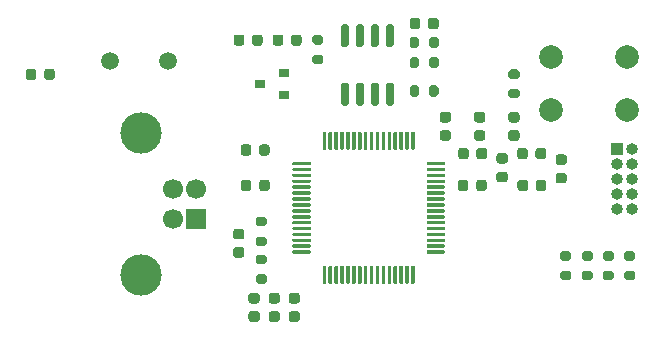
<source format=gbr>
%TF.GenerationSoftware,KiCad,Pcbnew,5.99.0+really5.1.10+dfsg1-1*%
%TF.CreationDate,2021-10-18T01:31:44-04:00*%
%TF.ProjectId,DebugDongle,44656275-6744-46f6-9e67-6c652e6b6963,rev?*%
%TF.SameCoordinates,Original*%
%TF.FileFunction,Soldermask,Top*%
%TF.FilePolarity,Negative*%
%FSLAX46Y46*%
G04 Gerber Fmt 4.6, Leading zero omitted, Abs format (unit mm)*
G04 Created by KiCad (PCBNEW 5.99.0+really5.1.10+dfsg1-1) date 2021-10-18 01:31:44*
%MOMM*%
%LPD*%
G01*
G04 APERTURE LIST*
%ADD10O,1.000000X1.000000*%
%ADD11R,1.000000X1.000000*%
%ADD12C,1.500000*%
%ADD13R,0.900000X0.800000*%
%ADD14C,2.000000*%
%ADD15C,3.500000*%
%ADD16C,1.700000*%
%ADD17R,1.700000X1.700000*%
G04 APERTURE END LIST*
D10*
%TO.C,J1*%
X180370000Y-83110000D03*
X179100000Y-83110000D03*
X180370000Y-81840000D03*
X179100000Y-81840000D03*
X180370000Y-80570000D03*
X179100000Y-80570000D03*
X180370000Y-79300000D03*
X179100000Y-79300000D03*
X180370000Y-78030000D03*
D11*
X179100000Y-78030000D03*
%TD*%
D12*
%TO.C,Y1*%
X136220000Y-70600000D03*
X141100000Y-70600000D03*
%TD*%
%TO.C,U3*%
G36*
G01*
X156245000Y-69400000D02*
X155945000Y-69400000D01*
G75*
G02*
X155795000Y-69250000I0J150000D01*
G01*
X155795000Y-67600000D01*
G75*
G02*
X155945000Y-67450000I150000J0D01*
G01*
X156245000Y-67450000D01*
G75*
G02*
X156395000Y-67600000I0J-150000D01*
G01*
X156395000Y-69250000D01*
G75*
G02*
X156245000Y-69400000I-150000J0D01*
G01*
G37*
G36*
G01*
X157515000Y-69400000D02*
X157215000Y-69400000D01*
G75*
G02*
X157065000Y-69250000I0J150000D01*
G01*
X157065000Y-67600000D01*
G75*
G02*
X157215000Y-67450000I150000J0D01*
G01*
X157515000Y-67450000D01*
G75*
G02*
X157665000Y-67600000I0J-150000D01*
G01*
X157665000Y-69250000D01*
G75*
G02*
X157515000Y-69400000I-150000J0D01*
G01*
G37*
G36*
G01*
X158785000Y-69400000D02*
X158485000Y-69400000D01*
G75*
G02*
X158335000Y-69250000I0J150000D01*
G01*
X158335000Y-67600000D01*
G75*
G02*
X158485000Y-67450000I150000J0D01*
G01*
X158785000Y-67450000D01*
G75*
G02*
X158935000Y-67600000I0J-150000D01*
G01*
X158935000Y-69250000D01*
G75*
G02*
X158785000Y-69400000I-150000J0D01*
G01*
G37*
G36*
G01*
X160055000Y-69400000D02*
X159755000Y-69400000D01*
G75*
G02*
X159605000Y-69250000I0J150000D01*
G01*
X159605000Y-67600000D01*
G75*
G02*
X159755000Y-67450000I150000J0D01*
G01*
X160055000Y-67450000D01*
G75*
G02*
X160205000Y-67600000I0J-150000D01*
G01*
X160205000Y-69250000D01*
G75*
G02*
X160055000Y-69400000I-150000J0D01*
G01*
G37*
G36*
G01*
X160055000Y-74350000D02*
X159755000Y-74350000D01*
G75*
G02*
X159605000Y-74200000I0J150000D01*
G01*
X159605000Y-72550000D01*
G75*
G02*
X159755000Y-72400000I150000J0D01*
G01*
X160055000Y-72400000D01*
G75*
G02*
X160205000Y-72550000I0J-150000D01*
G01*
X160205000Y-74200000D01*
G75*
G02*
X160055000Y-74350000I-150000J0D01*
G01*
G37*
G36*
G01*
X158785000Y-74350000D02*
X158485000Y-74350000D01*
G75*
G02*
X158335000Y-74200000I0J150000D01*
G01*
X158335000Y-72550000D01*
G75*
G02*
X158485000Y-72400000I150000J0D01*
G01*
X158785000Y-72400000D01*
G75*
G02*
X158935000Y-72550000I0J-150000D01*
G01*
X158935000Y-74200000D01*
G75*
G02*
X158785000Y-74350000I-150000J0D01*
G01*
G37*
G36*
G01*
X157515000Y-74350000D02*
X157215000Y-74350000D01*
G75*
G02*
X157065000Y-74200000I0J150000D01*
G01*
X157065000Y-72550000D01*
G75*
G02*
X157215000Y-72400000I150000J0D01*
G01*
X157515000Y-72400000D01*
G75*
G02*
X157665000Y-72550000I0J-150000D01*
G01*
X157665000Y-74200000D01*
G75*
G02*
X157515000Y-74350000I-150000J0D01*
G01*
G37*
G36*
G01*
X156245000Y-74350000D02*
X155945000Y-74350000D01*
G75*
G02*
X155795000Y-74200000I0J150000D01*
G01*
X155795000Y-72550000D01*
G75*
G02*
X155945000Y-72400000I150000J0D01*
G01*
X156245000Y-72400000D01*
G75*
G02*
X156395000Y-72550000I0J-150000D01*
G01*
X156395000Y-74200000D01*
G75*
G02*
X156245000Y-74350000I-150000J0D01*
G01*
G37*
%TD*%
D13*
%TO.C,U2*%
X148900000Y-72500000D03*
X150900000Y-71550000D03*
X150900000Y-73450000D03*
%TD*%
%TO.C,U1*%
G36*
G01*
X154200000Y-78025000D02*
X154200000Y-76625000D01*
G75*
G02*
X154275000Y-76550000I75000J0D01*
G01*
X154425000Y-76550000D01*
G75*
G02*
X154500000Y-76625000I0J-75000D01*
G01*
X154500000Y-78025000D01*
G75*
G02*
X154425000Y-78100000I-75000J0D01*
G01*
X154275000Y-78100000D01*
G75*
G02*
X154200000Y-78025000I0J75000D01*
G01*
G37*
G36*
G01*
X154700000Y-78025000D02*
X154700000Y-76625000D01*
G75*
G02*
X154775000Y-76550000I75000J0D01*
G01*
X154925000Y-76550000D01*
G75*
G02*
X155000000Y-76625000I0J-75000D01*
G01*
X155000000Y-78025000D01*
G75*
G02*
X154925000Y-78100000I-75000J0D01*
G01*
X154775000Y-78100000D01*
G75*
G02*
X154700000Y-78025000I0J75000D01*
G01*
G37*
G36*
G01*
X155200000Y-78025000D02*
X155200000Y-76625000D01*
G75*
G02*
X155275000Y-76550000I75000J0D01*
G01*
X155425000Y-76550000D01*
G75*
G02*
X155500000Y-76625000I0J-75000D01*
G01*
X155500000Y-78025000D01*
G75*
G02*
X155425000Y-78100000I-75000J0D01*
G01*
X155275000Y-78100000D01*
G75*
G02*
X155200000Y-78025000I0J75000D01*
G01*
G37*
G36*
G01*
X155700000Y-78025000D02*
X155700000Y-76625000D01*
G75*
G02*
X155775000Y-76550000I75000J0D01*
G01*
X155925000Y-76550000D01*
G75*
G02*
X156000000Y-76625000I0J-75000D01*
G01*
X156000000Y-78025000D01*
G75*
G02*
X155925000Y-78100000I-75000J0D01*
G01*
X155775000Y-78100000D01*
G75*
G02*
X155700000Y-78025000I0J75000D01*
G01*
G37*
G36*
G01*
X156200000Y-78025000D02*
X156200000Y-76625000D01*
G75*
G02*
X156275000Y-76550000I75000J0D01*
G01*
X156425000Y-76550000D01*
G75*
G02*
X156500000Y-76625000I0J-75000D01*
G01*
X156500000Y-78025000D01*
G75*
G02*
X156425000Y-78100000I-75000J0D01*
G01*
X156275000Y-78100000D01*
G75*
G02*
X156200000Y-78025000I0J75000D01*
G01*
G37*
G36*
G01*
X156700000Y-78025000D02*
X156700000Y-76625000D01*
G75*
G02*
X156775000Y-76550000I75000J0D01*
G01*
X156925000Y-76550000D01*
G75*
G02*
X157000000Y-76625000I0J-75000D01*
G01*
X157000000Y-78025000D01*
G75*
G02*
X156925000Y-78100000I-75000J0D01*
G01*
X156775000Y-78100000D01*
G75*
G02*
X156700000Y-78025000I0J75000D01*
G01*
G37*
G36*
G01*
X157200000Y-78025000D02*
X157200000Y-76625000D01*
G75*
G02*
X157275000Y-76550000I75000J0D01*
G01*
X157425000Y-76550000D01*
G75*
G02*
X157500000Y-76625000I0J-75000D01*
G01*
X157500000Y-78025000D01*
G75*
G02*
X157425000Y-78100000I-75000J0D01*
G01*
X157275000Y-78100000D01*
G75*
G02*
X157200000Y-78025000I0J75000D01*
G01*
G37*
G36*
G01*
X157700000Y-78025000D02*
X157700000Y-76625000D01*
G75*
G02*
X157775000Y-76550000I75000J0D01*
G01*
X157925000Y-76550000D01*
G75*
G02*
X158000000Y-76625000I0J-75000D01*
G01*
X158000000Y-78025000D01*
G75*
G02*
X157925000Y-78100000I-75000J0D01*
G01*
X157775000Y-78100000D01*
G75*
G02*
X157700000Y-78025000I0J75000D01*
G01*
G37*
G36*
G01*
X158200000Y-78025000D02*
X158200000Y-76625000D01*
G75*
G02*
X158275000Y-76550000I75000J0D01*
G01*
X158425000Y-76550000D01*
G75*
G02*
X158500000Y-76625000I0J-75000D01*
G01*
X158500000Y-78025000D01*
G75*
G02*
X158425000Y-78100000I-75000J0D01*
G01*
X158275000Y-78100000D01*
G75*
G02*
X158200000Y-78025000I0J75000D01*
G01*
G37*
G36*
G01*
X158700000Y-78025000D02*
X158700000Y-76625000D01*
G75*
G02*
X158775000Y-76550000I75000J0D01*
G01*
X158925000Y-76550000D01*
G75*
G02*
X159000000Y-76625000I0J-75000D01*
G01*
X159000000Y-78025000D01*
G75*
G02*
X158925000Y-78100000I-75000J0D01*
G01*
X158775000Y-78100000D01*
G75*
G02*
X158700000Y-78025000I0J75000D01*
G01*
G37*
G36*
G01*
X159200000Y-78025000D02*
X159200000Y-76625000D01*
G75*
G02*
X159275000Y-76550000I75000J0D01*
G01*
X159425000Y-76550000D01*
G75*
G02*
X159500000Y-76625000I0J-75000D01*
G01*
X159500000Y-78025000D01*
G75*
G02*
X159425000Y-78100000I-75000J0D01*
G01*
X159275000Y-78100000D01*
G75*
G02*
X159200000Y-78025000I0J75000D01*
G01*
G37*
G36*
G01*
X159700000Y-78025000D02*
X159700000Y-76625000D01*
G75*
G02*
X159775000Y-76550000I75000J0D01*
G01*
X159925000Y-76550000D01*
G75*
G02*
X160000000Y-76625000I0J-75000D01*
G01*
X160000000Y-78025000D01*
G75*
G02*
X159925000Y-78100000I-75000J0D01*
G01*
X159775000Y-78100000D01*
G75*
G02*
X159700000Y-78025000I0J75000D01*
G01*
G37*
G36*
G01*
X160200000Y-78025000D02*
X160200000Y-76625000D01*
G75*
G02*
X160275000Y-76550000I75000J0D01*
G01*
X160425000Y-76550000D01*
G75*
G02*
X160500000Y-76625000I0J-75000D01*
G01*
X160500000Y-78025000D01*
G75*
G02*
X160425000Y-78100000I-75000J0D01*
G01*
X160275000Y-78100000D01*
G75*
G02*
X160200000Y-78025000I0J75000D01*
G01*
G37*
G36*
G01*
X160700000Y-78025000D02*
X160700000Y-76625000D01*
G75*
G02*
X160775000Y-76550000I75000J0D01*
G01*
X160925000Y-76550000D01*
G75*
G02*
X161000000Y-76625000I0J-75000D01*
G01*
X161000000Y-78025000D01*
G75*
G02*
X160925000Y-78100000I-75000J0D01*
G01*
X160775000Y-78100000D01*
G75*
G02*
X160700000Y-78025000I0J75000D01*
G01*
G37*
G36*
G01*
X161200000Y-78025000D02*
X161200000Y-76625000D01*
G75*
G02*
X161275000Y-76550000I75000J0D01*
G01*
X161425000Y-76550000D01*
G75*
G02*
X161500000Y-76625000I0J-75000D01*
G01*
X161500000Y-78025000D01*
G75*
G02*
X161425000Y-78100000I-75000J0D01*
G01*
X161275000Y-78100000D01*
G75*
G02*
X161200000Y-78025000I0J75000D01*
G01*
G37*
G36*
G01*
X161700000Y-78025000D02*
X161700000Y-76625000D01*
G75*
G02*
X161775000Y-76550000I75000J0D01*
G01*
X161925000Y-76550000D01*
G75*
G02*
X162000000Y-76625000I0J-75000D01*
G01*
X162000000Y-78025000D01*
G75*
G02*
X161925000Y-78100000I-75000J0D01*
G01*
X161775000Y-78100000D01*
G75*
G02*
X161700000Y-78025000I0J75000D01*
G01*
G37*
G36*
G01*
X163000000Y-79325000D02*
X163000000Y-79175000D01*
G75*
G02*
X163075000Y-79100000I75000J0D01*
G01*
X164475000Y-79100000D01*
G75*
G02*
X164550000Y-79175000I0J-75000D01*
G01*
X164550000Y-79325000D01*
G75*
G02*
X164475000Y-79400000I-75000J0D01*
G01*
X163075000Y-79400000D01*
G75*
G02*
X163000000Y-79325000I0J75000D01*
G01*
G37*
G36*
G01*
X163000000Y-79825000D02*
X163000000Y-79675000D01*
G75*
G02*
X163075000Y-79600000I75000J0D01*
G01*
X164475000Y-79600000D01*
G75*
G02*
X164550000Y-79675000I0J-75000D01*
G01*
X164550000Y-79825000D01*
G75*
G02*
X164475000Y-79900000I-75000J0D01*
G01*
X163075000Y-79900000D01*
G75*
G02*
X163000000Y-79825000I0J75000D01*
G01*
G37*
G36*
G01*
X163000000Y-80325000D02*
X163000000Y-80175000D01*
G75*
G02*
X163075000Y-80100000I75000J0D01*
G01*
X164475000Y-80100000D01*
G75*
G02*
X164550000Y-80175000I0J-75000D01*
G01*
X164550000Y-80325000D01*
G75*
G02*
X164475000Y-80400000I-75000J0D01*
G01*
X163075000Y-80400000D01*
G75*
G02*
X163000000Y-80325000I0J75000D01*
G01*
G37*
G36*
G01*
X163000000Y-80825000D02*
X163000000Y-80675000D01*
G75*
G02*
X163075000Y-80600000I75000J0D01*
G01*
X164475000Y-80600000D01*
G75*
G02*
X164550000Y-80675000I0J-75000D01*
G01*
X164550000Y-80825000D01*
G75*
G02*
X164475000Y-80900000I-75000J0D01*
G01*
X163075000Y-80900000D01*
G75*
G02*
X163000000Y-80825000I0J75000D01*
G01*
G37*
G36*
G01*
X163000000Y-81325000D02*
X163000000Y-81175000D01*
G75*
G02*
X163075000Y-81100000I75000J0D01*
G01*
X164475000Y-81100000D01*
G75*
G02*
X164550000Y-81175000I0J-75000D01*
G01*
X164550000Y-81325000D01*
G75*
G02*
X164475000Y-81400000I-75000J0D01*
G01*
X163075000Y-81400000D01*
G75*
G02*
X163000000Y-81325000I0J75000D01*
G01*
G37*
G36*
G01*
X163000000Y-81825000D02*
X163000000Y-81675000D01*
G75*
G02*
X163075000Y-81600000I75000J0D01*
G01*
X164475000Y-81600000D01*
G75*
G02*
X164550000Y-81675000I0J-75000D01*
G01*
X164550000Y-81825000D01*
G75*
G02*
X164475000Y-81900000I-75000J0D01*
G01*
X163075000Y-81900000D01*
G75*
G02*
X163000000Y-81825000I0J75000D01*
G01*
G37*
G36*
G01*
X163000000Y-82325000D02*
X163000000Y-82175000D01*
G75*
G02*
X163075000Y-82100000I75000J0D01*
G01*
X164475000Y-82100000D01*
G75*
G02*
X164550000Y-82175000I0J-75000D01*
G01*
X164550000Y-82325000D01*
G75*
G02*
X164475000Y-82400000I-75000J0D01*
G01*
X163075000Y-82400000D01*
G75*
G02*
X163000000Y-82325000I0J75000D01*
G01*
G37*
G36*
G01*
X163000000Y-82825000D02*
X163000000Y-82675000D01*
G75*
G02*
X163075000Y-82600000I75000J0D01*
G01*
X164475000Y-82600000D01*
G75*
G02*
X164550000Y-82675000I0J-75000D01*
G01*
X164550000Y-82825000D01*
G75*
G02*
X164475000Y-82900000I-75000J0D01*
G01*
X163075000Y-82900000D01*
G75*
G02*
X163000000Y-82825000I0J75000D01*
G01*
G37*
G36*
G01*
X163000000Y-83325000D02*
X163000000Y-83175000D01*
G75*
G02*
X163075000Y-83100000I75000J0D01*
G01*
X164475000Y-83100000D01*
G75*
G02*
X164550000Y-83175000I0J-75000D01*
G01*
X164550000Y-83325000D01*
G75*
G02*
X164475000Y-83400000I-75000J0D01*
G01*
X163075000Y-83400000D01*
G75*
G02*
X163000000Y-83325000I0J75000D01*
G01*
G37*
G36*
G01*
X163000000Y-83825000D02*
X163000000Y-83675000D01*
G75*
G02*
X163075000Y-83600000I75000J0D01*
G01*
X164475000Y-83600000D01*
G75*
G02*
X164550000Y-83675000I0J-75000D01*
G01*
X164550000Y-83825000D01*
G75*
G02*
X164475000Y-83900000I-75000J0D01*
G01*
X163075000Y-83900000D01*
G75*
G02*
X163000000Y-83825000I0J75000D01*
G01*
G37*
G36*
G01*
X163000000Y-84325000D02*
X163000000Y-84175000D01*
G75*
G02*
X163075000Y-84100000I75000J0D01*
G01*
X164475000Y-84100000D01*
G75*
G02*
X164550000Y-84175000I0J-75000D01*
G01*
X164550000Y-84325000D01*
G75*
G02*
X164475000Y-84400000I-75000J0D01*
G01*
X163075000Y-84400000D01*
G75*
G02*
X163000000Y-84325000I0J75000D01*
G01*
G37*
G36*
G01*
X163000000Y-84825000D02*
X163000000Y-84675000D01*
G75*
G02*
X163075000Y-84600000I75000J0D01*
G01*
X164475000Y-84600000D01*
G75*
G02*
X164550000Y-84675000I0J-75000D01*
G01*
X164550000Y-84825000D01*
G75*
G02*
X164475000Y-84900000I-75000J0D01*
G01*
X163075000Y-84900000D01*
G75*
G02*
X163000000Y-84825000I0J75000D01*
G01*
G37*
G36*
G01*
X163000000Y-85325000D02*
X163000000Y-85175000D01*
G75*
G02*
X163075000Y-85100000I75000J0D01*
G01*
X164475000Y-85100000D01*
G75*
G02*
X164550000Y-85175000I0J-75000D01*
G01*
X164550000Y-85325000D01*
G75*
G02*
X164475000Y-85400000I-75000J0D01*
G01*
X163075000Y-85400000D01*
G75*
G02*
X163000000Y-85325000I0J75000D01*
G01*
G37*
G36*
G01*
X163000000Y-85825000D02*
X163000000Y-85675000D01*
G75*
G02*
X163075000Y-85600000I75000J0D01*
G01*
X164475000Y-85600000D01*
G75*
G02*
X164550000Y-85675000I0J-75000D01*
G01*
X164550000Y-85825000D01*
G75*
G02*
X164475000Y-85900000I-75000J0D01*
G01*
X163075000Y-85900000D01*
G75*
G02*
X163000000Y-85825000I0J75000D01*
G01*
G37*
G36*
G01*
X163000000Y-86325000D02*
X163000000Y-86175000D01*
G75*
G02*
X163075000Y-86100000I75000J0D01*
G01*
X164475000Y-86100000D01*
G75*
G02*
X164550000Y-86175000I0J-75000D01*
G01*
X164550000Y-86325000D01*
G75*
G02*
X164475000Y-86400000I-75000J0D01*
G01*
X163075000Y-86400000D01*
G75*
G02*
X163000000Y-86325000I0J75000D01*
G01*
G37*
G36*
G01*
X163000000Y-86825000D02*
X163000000Y-86675000D01*
G75*
G02*
X163075000Y-86600000I75000J0D01*
G01*
X164475000Y-86600000D01*
G75*
G02*
X164550000Y-86675000I0J-75000D01*
G01*
X164550000Y-86825000D01*
G75*
G02*
X164475000Y-86900000I-75000J0D01*
G01*
X163075000Y-86900000D01*
G75*
G02*
X163000000Y-86825000I0J75000D01*
G01*
G37*
G36*
G01*
X161700000Y-89375000D02*
X161700000Y-87975000D01*
G75*
G02*
X161775000Y-87900000I75000J0D01*
G01*
X161925000Y-87900000D01*
G75*
G02*
X162000000Y-87975000I0J-75000D01*
G01*
X162000000Y-89375000D01*
G75*
G02*
X161925000Y-89450000I-75000J0D01*
G01*
X161775000Y-89450000D01*
G75*
G02*
X161700000Y-89375000I0J75000D01*
G01*
G37*
G36*
G01*
X161200000Y-89375000D02*
X161200000Y-87975000D01*
G75*
G02*
X161275000Y-87900000I75000J0D01*
G01*
X161425000Y-87900000D01*
G75*
G02*
X161500000Y-87975000I0J-75000D01*
G01*
X161500000Y-89375000D01*
G75*
G02*
X161425000Y-89450000I-75000J0D01*
G01*
X161275000Y-89450000D01*
G75*
G02*
X161200000Y-89375000I0J75000D01*
G01*
G37*
G36*
G01*
X160700000Y-89375000D02*
X160700000Y-87975000D01*
G75*
G02*
X160775000Y-87900000I75000J0D01*
G01*
X160925000Y-87900000D01*
G75*
G02*
X161000000Y-87975000I0J-75000D01*
G01*
X161000000Y-89375000D01*
G75*
G02*
X160925000Y-89450000I-75000J0D01*
G01*
X160775000Y-89450000D01*
G75*
G02*
X160700000Y-89375000I0J75000D01*
G01*
G37*
G36*
G01*
X160200000Y-89375000D02*
X160200000Y-87975000D01*
G75*
G02*
X160275000Y-87900000I75000J0D01*
G01*
X160425000Y-87900000D01*
G75*
G02*
X160500000Y-87975000I0J-75000D01*
G01*
X160500000Y-89375000D01*
G75*
G02*
X160425000Y-89450000I-75000J0D01*
G01*
X160275000Y-89450000D01*
G75*
G02*
X160200000Y-89375000I0J75000D01*
G01*
G37*
G36*
G01*
X159700000Y-89375000D02*
X159700000Y-87975000D01*
G75*
G02*
X159775000Y-87900000I75000J0D01*
G01*
X159925000Y-87900000D01*
G75*
G02*
X160000000Y-87975000I0J-75000D01*
G01*
X160000000Y-89375000D01*
G75*
G02*
X159925000Y-89450000I-75000J0D01*
G01*
X159775000Y-89450000D01*
G75*
G02*
X159700000Y-89375000I0J75000D01*
G01*
G37*
G36*
G01*
X159200000Y-89375000D02*
X159200000Y-87975000D01*
G75*
G02*
X159275000Y-87900000I75000J0D01*
G01*
X159425000Y-87900000D01*
G75*
G02*
X159500000Y-87975000I0J-75000D01*
G01*
X159500000Y-89375000D01*
G75*
G02*
X159425000Y-89450000I-75000J0D01*
G01*
X159275000Y-89450000D01*
G75*
G02*
X159200000Y-89375000I0J75000D01*
G01*
G37*
G36*
G01*
X158700000Y-89375000D02*
X158700000Y-87975000D01*
G75*
G02*
X158775000Y-87900000I75000J0D01*
G01*
X158925000Y-87900000D01*
G75*
G02*
X159000000Y-87975000I0J-75000D01*
G01*
X159000000Y-89375000D01*
G75*
G02*
X158925000Y-89450000I-75000J0D01*
G01*
X158775000Y-89450000D01*
G75*
G02*
X158700000Y-89375000I0J75000D01*
G01*
G37*
G36*
G01*
X158200000Y-89375000D02*
X158200000Y-87975000D01*
G75*
G02*
X158275000Y-87900000I75000J0D01*
G01*
X158425000Y-87900000D01*
G75*
G02*
X158500000Y-87975000I0J-75000D01*
G01*
X158500000Y-89375000D01*
G75*
G02*
X158425000Y-89450000I-75000J0D01*
G01*
X158275000Y-89450000D01*
G75*
G02*
X158200000Y-89375000I0J75000D01*
G01*
G37*
G36*
G01*
X157700000Y-89375000D02*
X157700000Y-87975000D01*
G75*
G02*
X157775000Y-87900000I75000J0D01*
G01*
X157925000Y-87900000D01*
G75*
G02*
X158000000Y-87975000I0J-75000D01*
G01*
X158000000Y-89375000D01*
G75*
G02*
X157925000Y-89450000I-75000J0D01*
G01*
X157775000Y-89450000D01*
G75*
G02*
X157700000Y-89375000I0J75000D01*
G01*
G37*
G36*
G01*
X157200000Y-89375000D02*
X157200000Y-87975000D01*
G75*
G02*
X157275000Y-87900000I75000J0D01*
G01*
X157425000Y-87900000D01*
G75*
G02*
X157500000Y-87975000I0J-75000D01*
G01*
X157500000Y-89375000D01*
G75*
G02*
X157425000Y-89450000I-75000J0D01*
G01*
X157275000Y-89450000D01*
G75*
G02*
X157200000Y-89375000I0J75000D01*
G01*
G37*
G36*
G01*
X156700000Y-89375000D02*
X156700000Y-87975000D01*
G75*
G02*
X156775000Y-87900000I75000J0D01*
G01*
X156925000Y-87900000D01*
G75*
G02*
X157000000Y-87975000I0J-75000D01*
G01*
X157000000Y-89375000D01*
G75*
G02*
X156925000Y-89450000I-75000J0D01*
G01*
X156775000Y-89450000D01*
G75*
G02*
X156700000Y-89375000I0J75000D01*
G01*
G37*
G36*
G01*
X156200000Y-89375000D02*
X156200000Y-87975000D01*
G75*
G02*
X156275000Y-87900000I75000J0D01*
G01*
X156425000Y-87900000D01*
G75*
G02*
X156500000Y-87975000I0J-75000D01*
G01*
X156500000Y-89375000D01*
G75*
G02*
X156425000Y-89450000I-75000J0D01*
G01*
X156275000Y-89450000D01*
G75*
G02*
X156200000Y-89375000I0J75000D01*
G01*
G37*
G36*
G01*
X155700000Y-89375000D02*
X155700000Y-87975000D01*
G75*
G02*
X155775000Y-87900000I75000J0D01*
G01*
X155925000Y-87900000D01*
G75*
G02*
X156000000Y-87975000I0J-75000D01*
G01*
X156000000Y-89375000D01*
G75*
G02*
X155925000Y-89450000I-75000J0D01*
G01*
X155775000Y-89450000D01*
G75*
G02*
X155700000Y-89375000I0J75000D01*
G01*
G37*
G36*
G01*
X155200000Y-89375000D02*
X155200000Y-87975000D01*
G75*
G02*
X155275000Y-87900000I75000J0D01*
G01*
X155425000Y-87900000D01*
G75*
G02*
X155500000Y-87975000I0J-75000D01*
G01*
X155500000Y-89375000D01*
G75*
G02*
X155425000Y-89450000I-75000J0D01*
G01*
X155275000Y-89450000D01*
G75*
G02*
X155200000Y-89375000I0J75000D01*
G01*
G37*
G36*
G01*
X154700000Y-89375000D02*
X154700000Y-87975000D01*
G75*
G02*
X154775000Y-87900000I75000J0D01*
G01*
X154925000Y-87900000D01*
G75*
G02*
X155000000Y-87975000I0J-75000D01*
G01*
X155000000Y-89375000D01*
G75*
G02*
X154925000Y-89450000I-75000J0D01*
G01*
X154775000Y-89450000D01*
G75*
G02*
X154700000Y-89375000I0J75000D01*
G01*
G37*
G36*
G01*
X154200000Y-89375000D02*
X154200000Y-87975000D01*
G75*
G02*
X154275000Y-87900000I75000J0D01*
G01*
X154425000Y-87900000D01*
G75*
G02*
X154500000Y-87975000I0J-75000D01*
G01*
X154500000Y-89375000D01*
G75*
G02*
X154425000Y-89450000I-75000J0D01*
G01*
X154275000Y-89450000D01*
G75*
G02*
X154200000Y-89375000I0J75000D01*
G01*
G37*
G36*
G01*
X151650000Y-86825000D02*
X151650000Y-86675000D01*
G75*
G02*
X151725000Y-86600000I75000J0D01*
G01*
X153125000Y-86600000D01*
G75*
G02*
X153200000Y-86675000I0J-75000D01*
G01*
X153200000Y-86825000D01*
G75*
G02*
X153125000Y-86900000I-75000J0D01*
G01*
X151725000Y-86900000D01*
G75*
G02*
X151650000Y-86825000I0J75000D01*
G01*
G37*
G36*
G01*
X151650000Y-86325000D02*
X151650000Y-86175000D01*
G75*
G02*
X151725000Y-86100000I75000J0D01*
G01*
X153125000Y-86100000D01*
G75*
G02*
X153200000Y-86175000I0J-75000D01*
G01*
X153200000Y-86325000D01*
G75*
G02*
X153125000Y-86400000I-75000J0D01*
G01*
X151725000Y-86400000D01*
G75*
G02*
X151650000Y-86325000I0J75000D01*
G01*
G37*
G36*
G01*
X151650000Y-85825000D02*
X151650000Y-85675000D01*
G75*
G02*
X151725000Y-85600000I75000J0D01*
G01*
X153125000Y-85600000D01*
G75*
G02*
X153200000Y-85675000I0J-75000D01*
G01*
X153200000Y-85825000D01*
G75*
G02*
X153125000Y-85900000I-75000J0D01*
G01*
X151725000Y-85900000D01*
G75*
G02*
X151650000Y-85825000I0J75000D01*
G01*
G37*
G36*
G01*
X151650000Y-85325000D02*
X151650000Y-85175000D01*
G75*
G02*
X151725000Y-85100000I75000J0D01*
G01*
X153125000Y-85100000D01*
G75*
G02*
X153200000Y-85175000I0J-75000D01*
G01*
X153200000Y-85325000D01*
G75*
G02*
X153125000Y-85400000I-75000J0D01*
G01*
X151725000Y-85400000D01*
G75*
G02*
X151650000Y-85325000I0J75000D01*
G01*
G37*
G36*
G01*
X151650000Y-84825000D02*
X151650000Y-84675000D01*
G75*
G02*
X151725000Y-84600000I75000J0D01*
G01*
X153125000Y-84600000D01*
G75*
G02*
X153200000Y-84675000I0J-75000D01*
G01*
X153200000Y-84825000D01*
G75*
G02*
X153125000Y-84900000I-75000J0D01*
G01*
X151725000Y-84900000D01*
G75*
G02*
X151650000Y-84825000I0J75000D01*
G01*
G37*
G36*
G01*
X151650000Y-84325000D02*
X151650000Y-84175000D01*
G75*
G02*
X151725000Y-84100000I75000J0D01*
G01*
X153125000Y-84100000D01*
G75*
G02*
X153200000Y-84175000I0J-75000D01*
G01*
X153200000Y-84325000D01*
G75*
G02*
X153125000Y-84400000I-75000J0D01*
G01*
X151725000Y-84400000D01*
G75*
G02*
X151650000Y-84325000I0J75000D01*
G01*
G37*
G36*
G01*
X151650000Y-83825000D02*
X151650000Y-83675000D01*
G75*
G02*
X151725000Y-83600000I75000J0D01*
G01*
X153125000Y-83600000D01*
G75*
G02*
X153200000Y-83675000I0J-75000D01*
G01*
X153200000Y-83825000D01*
G75*
G02*
X153125000Y-83900000I-75000J0D01*
G01*
X151725000Y-83900000D01*
G75*
G02*
X151650000Y-83825000I0J75000D01*
G01*
G37*
G36*
G01*
X151650000Y-83325000D02*
X151650000Y-83175000D01*
G75*
G02*
X151725000Y-83100000I75000J0D01*
G01*
X153125000Y-83100000D01*
G75*
G02*
X153200000Y-83175000I0J-75000D01*
G01*
X153200000Y-83325000D01*
G75*
G02*
X153125000Y-83400000I-75000J0D01*
G01*
X151725000Y-83400000D01*
G75*
G02*
X151650000Y-83325000I0J75000D01*
G01*
G37*
G36*
G01*
X151650000Y-82825000D02*
X151650000Y-82675000D01*
G75*
G02*
X151725000Y-82600000I75000J0D01*
G01*
X153125000Y-82600000D01*
G75*
G02*
X153200000Y-82675000I0J-75000D01*
G01*
X153200000Y-82825000D01*
G75*
G02*
X153125000Y-82900000I-75000J0D01*
G01*
X151725000Y-82900000D01*
G75*
G02*
X151650000Y-82825000I0J75000D01*
G01*
G37*
G36*
G01*
X151650000Y-82325000D02*
X151650000Y-82175000D01*
G75*
G02*
X151725000Y-82100000I75000J0D01*
G01*
X153125000Y-82100000D01*
G75*
G02*
X153200000Y-82175000I0J-75000D01*
G01*
X153200000Y-82325000D01*
G75*
G02*
X153125000Y-82400000I-75000J0D01*
G01*
X151725000Y-82400000D01*
G75*
G02*
X151650000Y-82325000I0J75000D01*
G01*
G37*
G36*
G01*
X151650000Y-81825000D02*
X151650000Y-81675000D01*
G75*
G02*
X151725000Y-81600000I75000J0D01*
G01*
X153125000Y-81600000D01*
G75*
G02*
X153200000Y-81675000I0J-75000D01*
G01*
X153200000Y-81825000D01*
G75*
G02*
X153125000Y-81900000I-75000J0D01*
G01*
X151725000Y-81900000D01*
G75*
G02*
X151650000Y-81825000I0J75000D01*
G01*
G37*
G36*
G01*
X151650000Y-81325000D02*
X151650000Y-81175000D01*
G75*
G02*
X151725000Y-81100000I75000J0D01*
G01*
X153125000Y-81100000D01*
G75*
G02*
X153200000Y-81175000I0J-75000D01*
G01*
X153200000Y-81325000D01*
G75*
G02*
X153125000Y-81400000I-75000J0D01*
G01*
X151725000Y-81400000D01*
G75*
G02*
X151650000Y-81325000I0J75000D01*
G01*
G37*
G36*
G01*
X151650000Y-80825000D02*
X151650000Y-80675000D01*
G75*
G02*
X151725000Y-80600000I75000J0D01*
G01*
X153125000Y-80600000D01*
G75*
G02*
X153200000Y-80675000I0J-75000D01*
G01*
X153200000Y-80825000D01*
G75*
G02*
X153125000Y-80900000I-75000J0D01*
G01*
X151725000Y-80900000D01*
G75*
G02*
X151650000Y-80825000I0J75000D01*
G01*
G37*
G36*
G01*
X151650000Y-80325000D02*
X151650000Y-80175000D01*
G75*
G02*
X151725000Y-80100000I75000J0D01*
G01*
X153125000Y-80100000D01*
G75*
G02*
X153200000Y-80175000I0J-75000D01*
G01*
X153200000Y-80325000D01*
G75*
G02*
X153125000Y-80400000I-75000J0D01*
G01*
X151725000Y-80400000D01*
G75*
G02*
X151650000Y-80325000I0J75000D01*
G01*
G37*
G36*
G01*
X151650000Y-79825000D02*
X151650000Y-79675000D01*
G75*
G02*
X151725000Y-79600000I75000J0D01*
G01*
X153125000Y-79600000D01*
G75*
G02*
X153200000Y-79675000I0J-75000D01*
G01*
X153200000Y-79825000D01*
G75*
G02*
X153125000Y-79900000I-75000J0D01*
G01*
X151725000Y-79900000D01*
G75*
G02*
X151650000Y-79825000I0J75000D01*
G01*
G37*
G36*
G01*
X151650000Y-79325000D02*
X151650000Y-79175000D01*
G75*
G02*
X151725000Y-79100000I75000J0D01*
G01*
X153125000Y-79100000D01*
G75*
G02*
X153200000Y-79175000I0J-75000D01*
G01*
X153200000Y-79325000D01*
G75*
G02*
X153125000Y-79400000I-75000J0D01*
G01*
X151725000Y-79400000D01*
G75*
G02*
X151650000Y-79325000I0J75000D01*
G01*
G37*
%TD*%
D14*
%TO.C,SW1*%
X173500000Y-74700000D03*
X173500000Y-70200000D03*
X180000000Y-74700000D03*
X180000000Y-70200000D03*
%TD*%
%TO.C,R11*%
G36*
G01*
X162375000Y-72825000D02*
X162375000Y-73375000D01*
G75*
G02*
X162175000Y-73575000I-200000J0D01*
G01*
X161775000Y-73575000D01*
G75*
G02*
X161575000Y-73375000I0J200000D01*
G01*
X161575000Y-72825000D01*
G75*
G02*
X161775000Y-72625000I200000J0D01*
G01*
X162175000Y-72625000D01*
G75*
G02*
X162375000Y-72825000I0J-200000D01*
G01*
G37*
G36*
G01*
X164025000Y-72825000D02*
X164025000Y-73375000D01*
G75*
G02*
X163825000Y-73575000I-200000J0D01*
G01*
X163425000Y-73575000D01*
G75*
G02*
X163225000Y-73375000I0J200000D01*
G01*
X163225000Y-72825000D01*
G75*
G02*
X163425000Y-72625000I200000J0D01*
G01*
X163825000Y-72625000D01*
G75*
G02*
X164025000Y-72825000I0J-200000D01*
G01*
G37*
%TD*%
%TO.C,R10*%
G36*
G01*
X163225000Y-69275000D02*
X163225000Y-68725000D01*
G75*
G02*
X163425000Y-68525000I200000J0D01*
G01*
X163825000Y-68525000D01*
G75*
G02*
X164025000Y-68725000I0J-200000D01*
G01*
X164025000Y-69275000D01*
G75*
G02*
X163825000Y-69475000I-200000J0D01*
G01*
X163425000Y-69475000D01*
G75*
G02*
X163225000Y-69275000I0J200000D01*
G01*
G37*
G36*
G01*
X161575000Y-69275000D02*
X161575000Y-68725000D01*
G75*
G02*
X161775000Y-68525000I200000J0D01*
G01*
X162175000Y-68525000D01*
G75*
G02*
X162375000Y-68725000I0J-200000D01*
G01*
X162375000Y-69275000D01*
G75*
G02*
X162175000Y-69475000I-200000J0D01*
G01*
X161775000Y-69475000D01*
G75*
G02*
X161575000Y-69275000I0J200000D01*
G01*
G37*
%TD*%
%TO.C,R9*%
G36*
G01*
X153525000Y-70025000D02*
X154075000Y-70025000D01*
G75*
G02*
X154275000Y-70225000I0J-200000D01*
G01*
X154275000Y-70625000D01*
G75*
G02*
X154075000Y-70825000I-200000J0D01*
G01*
X153525000Y-70825000D01*
G75*
G02*
X153325000Y-70625000I0J200000D01*
G01*
X153325000Y-70225000D01*
G75*
G02*
X153525000Y-70025000I200000J0D01*
G01*
G37*
G36*
G01*
X153525000Y-68375000D02*
X154075000Y-68375000D01*
G75*
G02*
X154275000Y-68575000I0J-200000D01*
G01*
X154275000Y-68975000D01*
G75*
G02*
X154075000Y-69175000I-200000J0D01*
G01*
X153525000Y-69175000D01*
G75*
G02*
X153325000Y-68975000I0J200000D01*
G01*
X153325000Y-68575000D01*
G75*
G02*
X153525000Y-68375000I200000J0D01*
G01*
G37*
%TD*%
%TO.C,R8*%
G36*
G01*
X163225000Y-70975000D02*
X163225000Y-70425000D01*
G75*
G02*
X163425000Y-70225000I200000J0D01*
G01*
X163825000Y-70225000D01*
G75*
G02*
X164025000Y-70425000I0J-200000D01*
G01*
X164025000Y-70975000D01*
G75*
G02*
X163825000Y-71175000I-200000J0D01*
G01*
X163425000Y-71175000D01*
G75*
G02*
X163225000Y-70975000I0J200000D01*
G01*
G37*
G36*
G01*
X161575000Y-70975000D02*
X161575000Y-70425000D01*
G75*
G02*
X161775000Y-70225000I200000J0D01*
G01*
X162175000Y-70225000D01*
G75*
G02*
X162375000Y-70425000I0J-200000D01*
G01*
X162375000Y-70975000D01*
G75*
G02*
X162175000Y-71175000I-200000J0D01*
G01*
X161775000Y-71175000D01*
G75*
G02*
X161575000Y-70975000I0J200000D01*
G01*
G37*
%TD*%
%TO.C,R7*%
G36*
G01*
X148725000Y-88625000D02*
X149275000Y-88625000D01*
G75*
G02*
X149475000Y-88825000I0J-200000D01*
G01*
X149475000Y-89225000D01*
G75*
G02*
X149275000Y-89425000I-200000J0D01*
G01*
X148725000Y-89425000D01*
G75*
G02*
X148525000Y-89225000I0J200000D01*
G01*
X148525000Y-88825000D01*
G75*
G02*
X148725000Y-88625000I200000J0D01*
G01*
G37*
G36*
G01*
X148725000Y-86975000D02*
X149275000Y-86975000D01*
G75*
G02*
X149475000Y-87175000I0J-200000D01*
G01*
X149475000Y-87575000D01*
G75*
G02*
X149275000Y-87775000I-200000J0D01*
G01*
X148725000Y-87775000D01*
G75*
G02*
X148525000Y-87575000I0J200000D01*
G01*
X148525000Y-87175000D01*
G75*
G02*
X148725000Y-86975000I200000J0D01*
G01*
G37*
%TD*%
%TO.C,R6*%
G36*
G01*
X148725000Y-85425000D02*
X149275000Y-85425000D01*
G75*
G02*
X149475000Y-85625000I0J-200000D01*
G01*
X149475000Y-86025000D01*
G75*
G02*
X149275000Y-86225000I-200000J0D01*
G01*
X148725000Y-86225000D01*
G75*
G02*
X148525000Y-86025000I0J200000D01*
G01*
X148525000Y-85625000D01*
G75*
G02*
X148725000Y-85425000I200000J0D01*
G01*
G37*
G36*
G01*
X148725000Y-83775000D02*
X149275000Y-83775000D01*
G75*
G02*
X149475000Y-83975000I0J-200000D01*
G01*
X149475000Y-84375000D01*
G75*
G02*
X149275000Y-84575000I-200000J0D01*
G01*
X148725000Y-84575000D01*
G75*
G02*
X148525000Y-84375000I0J200000D01*
G01*
X148525000Y-83975000D01*
G75*
G02*
X148725000Y-83775000I200000J0D01*
G01*
G37*
%TD*%
%TO.C,R5*%
G36*
G01*
X170675000Y-72075000D02*
X170125000Y-72075000D01*
G75*
G02*
X169925000Y-71875000I0J200000D01*
G01*
X169925000Y-71475000D01*
G75*
G02*
X170125000Y-71275000I200000J0D01*
G01*
X170675000Y-71275000D01*
G75*
G02*
X170875000Y-71475000I0J-200000D01*
G01*
X170875000Y-71875000D01*
G75*
G02*
X170675000Y-72075000I-200000J0D01*
G01*
G37*
G36*
G01*
X170675000Y-73725000D02*
X170125000Y-73725000D01*
G75*
G02*
X169925000Y-73525000I0J200000D01*
G01*
X169925000Y-73125000D01*
G75*
G02*
X170125000Y-72925000I200000J0D01*
G01*
X170675000Y-72925000D01*
G75*
G02*
X170875000Y-73125000I0J-200000D01*
G01*
X170875000Y-73525000D01*
G75*
G02*
X170675000Y-73725000I-200000J0D01*
G01*
G37*
%TD*%
%TO.C,R4*%
G36*
G01*
X179925000Y-88325000D02*
X180475000Y-88325000D01*
G75*
G02*
X180675000Y-88525000I0J-200000D01*
G01*
X180675000Y-88925000D01*
G75*
G02*
X180475000Y-89125000I-200000J0D01*
G01*
X179925000Y-89125000D01*
G75*
G02*
X179725000Y-88925000I0J200000D01*
G01*
X179725000Y-88525000D01*
G75*
G02*
X179925000Y-88325000I200000J0D01*
G01*
G37*
G36*
G01*
X179925000Y-86675000D02*
X180475000Y-86675000D01*
G75*
G02*
X180675000Y-86875000I0J-200000D01*
G01*
X180675000Y-87275000D01*
G75*
G02*
X180475000Y-87475000I-200000J0D01*
G01*
X179925000Y-87475000D01*
G75*
G02*
X179725000Y-87275000I0J200000D01*
G01*
X179725000Y-86875000D01*
G75*
G02*
X179925000Y-86675000I200000J0D01*
G01*
G37*
%TD*%
%TO.C,R3*%
G36*
G01*
X175075000Y-87475000D02*
X174525000Y-87475000D01*
G75*
G02*
X174325000Y-87275000I0J200000D01*
G01*
X174325000Y-86875000D01*
G75*
G02*
X174525000Y-86675000I200000J0D01*
G01*
X175075000Y-86675000D01*
G75*
G02*
X175275000Y-86875000I0J-200000D01*
G01*
X175275000Y-87275000D01*
G75*
G02*
X175075000Y-87475000I-200000J0D01*
G01*
G37*
G36*
G01*
X175075000Y-89125000D02*
X174525000Y-89125000D01*
G75*
G02*
X174325000Y-88925000I0J200000D01*
G01*
X174325000Y-88525000D01*
G75*
G02*
X174525000Y-88325000I200000J0D01*
G01*
X175075000Y-88325000D01*
G75*
G02*
X175275000Y-88525000I0J-200000D01*
G01*
X175275000Y-88925000D01*
G75*
G02*
X175075000Y-89125000I-200000J0D01*
G01*
G37*
%TD*%
%TO.C,R2*%
G36*
G01*
X176875000Y-87475000D02*
X176325000Y-87475000D01*
G75*
G02*
X176125000Y-87275000I0J200000D01*
G01*
X176125000Y-86875000D01*
G75*
G02*
X176325000Y-86675000I200000J0D01*
G01*
X176875000Y-86675000D01*
G75*
G02*
X177075000Y-86875000I0J-200000D01*
G01*
X177075000Y-87275000D01*
G75*
G02*
X176875000Y-87475000I-200000J0D01*
G01*
G37*
G36*
G01*
X176875000Y-89125000D02*
X176325000Y-89125000D01*
G75*
G02*
X176125000Y-88925000I0J200000D01*
G01*
X176125000Y-88525000D01*
G75*
G02*
X176325000Y-88325000I200000J0D01*
G01*
X176875000Y-88325000D01*
G75*
G02*
X177075000Y-88525000I0J-200000D01*
G01*
X177075000Y-88925000D01*
G75*
G02*
X176875000Y-89125000I-200000J0D01*
G01*
G37*
%TD*%
%TO.C,R1*%
G36*
G01*
X178675000Y-87475000D02*
X178125000Y-87475000D01*
G75*
G02*
X177925000Y-87275000I0J200000D01*
G01*
X177925000Y-86875000D01*
G75*
G02*
X178125000Y-86675000I200000J0D01*
G01*
X178675000Y-86675000D01*
G75*
G02*
X178875000Y-86875000I0J-200000D01*
G01*
X178875000Y-87275000D01*
G75*
G02*
X178675000Y-87475000I-200000J0D01*
G01*
G37*
G36*
G01*
X178675000Y-89125000D02*
X178125000Y-89125000D01*
G75*
G02*
X177925000Y-88925000I0J200000D01*
G01*
X177925000Y-88525000D01*
G75*
G02*
X178125000Y-88325000I200000J0D01*
G01*
X178675000Y-88325000D01*
G75*
G02*
X178875000Y-88525000I0J-200000D01*
G01*
X178875000Y-88925000D01*
G75*
G02*
X178675000Y-89125000I-200000J0D01*
G01*
G37*
%TD*%
%TO.C,L2*%
G36*
G01*
X169143750Y-79950000D02*
X169656250Y-79950000D01*
G75*
G02*
X169875000Y-80168750I0J-218750D01*
G01*
X169875000Y-80606250D01*
G75*
G02*
X169656250Y-80825000I-218750J0D01*
G01*
X169143750Y-80825000D01*
G75*
G02*
X168925000Y-80606250I0J218750D01*
G01*
X168925000Y-80168750D01*
G75*
G02*
X169143750Y-79950000I218750J0D01*
G01*
G37*
G36*
G01*
X169143750Y-78375000D02*
X169656250Y-78375000D01*
G75*
G02*
X169875000Y-78593750I0J-218750D01*
G01*
X169875000Y-79031250D01*
G75*
G02*
X169656250Y-79250000I-218750J0D01*
G01*
X169143750Y-79250000D01*
G75*
G02*
X168925000Y-79031250I0J218750D01*
G01*
X168925000Y-78593750D01*
G75*
G02*
X169143750Y-78375000I218750J0D01*
G01*
G37*
%TD*%
%TO.C,L1*%
G36*
G01*
X174143750Y-80050000D02*
X174656250Y-80050000D01*
G75*
G02*
X174875000Y-80268750I0J-218750D01*
G01*
X174875000Y-80706250D01*
G75*
G02*
X174656250Y-80925000I-218750J0D01*
G01*
X174143750Y-80925000D01*
G75*
G02*
X173925000Y-80706250I0J218750D01*
G01*
X173925000Y-80268750D01*
G75*
G02*
X174143750Y-80050000I218750J0D01*
G01*
G37*
G36*
G01*
X174143750Y-78475000D02*
X174656250Y-78475000D01*
G75*
G02*
X174875000Y-78693750I0J-218750D01*
G01*
X174875000Y-79131250D01*
G75*
G02*
X174656250Y-79350000I-218750J0D01*
G01*
X174143750Y-79350000D01*
G75*
G02*
X173925000Y-79131250I0J218750D01*
G01*
X173925000Y-78693750D01*
G75*
G02*
X174143750Y-78475000I218750J0D01*
G01*
G37*
%TD*%
D15*
%TO.C,J2*%
X138790000Y-76630000D03*
X138790000Y-88670000D03*
D16*
X141500000Y-83900000D03*
X141500000Y-81400000D03*
X143500000Y-81400000D03*
D17*
X143500000Y-83900000D03*
%TD*%
%TO.C,C17*%
G36*
G01*
X148825000Y-81350000D02*
X148825000Y-80850000D01*
G75*
G02*
X149050000Y-80625000I225000J0D01*
G01*
X149500000Y-80625000D01*
G75*
G02*
X149725000Y-80850000I0J-225000D01*
G01*
X149725000Y-81350000D01*
G75*
G02*
X149500000Y-81575000I-225000J0D01*
G01*
X149050000Y-81575000D01*
G75*
G02*
X148825000Y-81350000I0J225000D01*
G01*
G37*
G36*
G01*
X147275000Y-81350000D02*
X147275000Y-80850000D01*
G75*
G02*
X147500000Y-80625000I225000J0D01*
G01*
X147950000Y-80625000D01*
G75*
G02*
X148175000Y-80850000I0J-225000D01*
G01*
X148175000Y-81350000D01*
G75*
G02*
X147950000Y-81575000I-225000J0D01*
G01*
X147500000Y-81575000D01*
G75*
G02*
X147275000Y-81350000I0J225000D01*
G01*
G37*
%TD*%
%TO.C,C16*%
G36*
G01*
X148825000Y-78350000D02*
X148825000Y-77850000D01*
G75*
G02*
X149050000Y-77625000I225000J0D01*
G01*
X149500000Y-77625000D01*
G75*
G02*
X149725000Y-77850000I0J-225000D01*
G01*
X149725000Y-78350000D01*
G75*
G02*
X149500000Y-78575000I-225000J0D01*
G01*
X149050000Y-78575000D01*
G75*
G02*
X148825000Y-78350000I0J225000D01*
G01*
G37*
G36*
G01*
X147275000Y-78350000D02*
X147275000Y-77850000D01*
G75*
G02*
X147500000Y-77625000I225000J0D01*
G01*
X147950000Y-77625000D01*
G75*
G02*
X148175000Y-77850000I0J-225000D01*
G01*
X148175000Y-78350000D01*
G75*
G02*
X147950000Y-78575000I-225000J0D01*
G01*
X147500000Y-78575000D01*
G75*
G02*
X147275000Y-78350000I0J225000D01*
G01*
G37*
%TD*%
%TO.C,C15*%
G36*
G01*
X163125000Y-67650000D02*
X163125000Y-67150000D01*
G75*
G02*
X163350000Y-66925000I225000J0D01*
G01*
X163800000Y-66925000D01*
G75*
G02*
X164025000Y-67150000I0J-225000D01*
G01*
X164025000Y-67650000D01*
G75*
G02*
X163800000Y-67875000I-225000J0D01*
G01*
X163350000Y-67875000D01*
G75*
G02*
X163125000Y-67650000I0J225000D01*
G01*
G37*
G36*
G01*
X161575000Y-67650000D02*
X161575000Y-67150000D01*
G75*
G02*
X161800000Y-66925000I225000J0D01*
G01*
X162250000Y-66925000D01*
G75*
G02*
X162475000Y-67150000I0J-225000D01*
G01*
X162475000Y-67650000D01*
G75*
G02*
X162250000Y-67875000I-225000J0D01*
G01*
X161800000Y-67875000D01*
G75*
G02*
X161575000Y-67650000I0J225000D01*
G01*
G37*
%TD*%
%TO.C,C14*%
G36*
G01*
X147350000Y-85675000D02*
X146850000Y-85675000D01*
G75*
G02*
X146625000Y-85450000I0J225000D01*
G01*
X146625000Y-85000000D01*
G75*
G02*
X146850000Y-84775000I225000J0D01*
G01*
X147350000Y-84775000D01*
G75*
G02*
X147575000Y-85000000I0J-225000D01*
G01*
X147575000Y-85450000D01*
G75*
G02*
X147350000Y-85675000I-225000J0D01*
G01*
G37*
G36*
G01*
X147350000Y-87225000D02*
X146850000Y-87225000D01*
G75*
G02*
X146625000Y-87000000I0J225000D01*
G01*
X146625000Y-86550000D01*
G75*
G02*
X146850000Y-86325000I225000J0D01*
G01*
X147350000Y-86325000D01*
G75*
G02*
X147575000Y-86550000I0J-225000D01*
G01*
X147575000Y-87000000D01*
G75*
G02*
X147350000Y-87225000I-225000J0D01*
G01*
G37*
%TD*%
%TO.C,C13*%
G36*
G01*
X130625000Y-71950000D02*
X130625000Y-71450000D01*
G75*
G02*
X130850000Y-71225000I225000J0D01*
G01*
X131300000Y-71225000D01*
G75*
G02*
X131525000Y-71450000I0J-225000D01*
G01*
X131525000Y-71950000D01*
G75*
G02*
X131300000Y-72175000I-225000J0D01*
G01*
X130850000Y-72175000D01*
G75*
G02*
X130625000Y-71950000I0J225000D01*
G01*
G37*
G36*
G01*
X129075000Y-71950000D02*
X129075000Y-71450000D01*
G75*
G02*
X129300000Y-71225000I225000J0D01*
G01*
X129750000Y-71225000D01*
G75*
G02*
X129975000Y-71450000I0J-225000D01*
G01*
X129975000Y-71950000D01*
G75*
G02*
X129750000Y-72175000I-225000J0D01*
G01*
X129300000Y-72175000D01*
G75*
G02*
X129075000Y-71950000I0J225000D01*
G01*
G37*
%TD*%
%TO.C,C12*%
G36*
G01*
X167200000Y-81350000D02*
X167200000Y-80850000D01*
G75*
G02*
X167425000Y-80625000I225000J0D01*
G01*
X167875000Y-80625000D01*
G75*
G02*
X168100000Y-80850000I0J-225000D01*
G01*
X168100000Y-81350000D01*
G75*
G02*
X167875000Y-81575000I-225000J0D01*
G01*
X167425000Y-81575000D01*
G75*
G02*
X167200000Y-81350000I0J225000D01*
G01*
G37*
G36*
G01*
X165650000Y-81350000D02*
X165650000Y-80850000D01*
G75*
G02*
X165875000Y-80625000I225000J0D01*
G01*
X166325000Y-80625000D01*
G75*
G02*
X166550000Y-80850000I0J-225000D01*
G01*
X166550000Y-81350000D01*
G75*
G02*
X166325000Y-81575000I-225000J0D01*
G01*
X165875000Y-81575000D01*
G75*
G02*
X165650000Y-81350000I0J225000D01*
G01*
G37*
%TD*%
%TO.C,C11*%
G36*
G01*
X166575000Y-78150000D02*
X166575000Y-78650000D01*
G75*
G02*
X166350000Y-78875000I-225000J0D01*
G01*
X165900000Y-78875000D01*
G75*
G02*
X165675000Y-78650000I0J225000D01*
G01*
X165675000Y-78150000D01*
G75*
G02*
X165900000Y-77925000I225000J0D01*
G01*
X166350000Y-77925000D01*
G75*
G02*
X166575000Y-78150000I0J-225000D01*
G01*
G37*
G36*
G01*
X168125000Y-78150000D02*
X168125000Y-78650000D01*
G75*
G02*
X167900000Y-78875000I-225000J0D01*
G01*
X167450000Y-78875000D01*
G75*
G02*
X167225000Y-78650000I0J225000D01*
G01*
X167225000Y-78150000D01*
G75*
G02*
X167450000Y-77925000I225000J0D01*
G01*
X167900000Y-77925000D01*
G75*
G02*
X168125000Y-78150000I0J-225000D01*
G01*
G37*
%TD*%
%TO.C,C10*%
G36*
G01*
X152050000Y-91100000D02*
X151550000Y-91100000D01*
G75*
G02*
X151325000Y-90875000I0J225000D01*
G01*
X151325000Y-90425000D01*
G75*
G02*
X151550000Y-90200000I225000J0D01*
G01*
X152050000Y-90200000D01*
G75*
G02*
X152275000Y-90425000I0J-225000D01*
G01*
X152275000Y-90875000D01*
G75*
G02*
X152050000Y-91100000I-225000J0D01*
G01*
G37*
G36*
G01*
X152050000Y-92650000D02*
X151550000Y-92650000D01*
G75*
G02*
X151325000Y-92425000I0J225000D01*
G01*
X151325000Y-91975000D01*
G75*
G02*
X151550000Y-91750000I225000J0D01*
G01*
X152050000Y-91750000D01*
G75*
G02*
X152275000Y-91975000I0J-225000D01*
G01*
X152275000Y-92425000D01*
G75*
G02*
X152050000Y-92650000I-225000J0D01*
G01*
G37*
%TD*%
%TO.C,C9*%
G36*
G01*
X150350000Y-91100000D02*
X149850000Y-91100000D01*
G75*
G02*
X149625000Y-90875000I0J225000D01*
G01*
X149625000Y-90425000D01*
G75*
G02*
X149850000Y-90200000I225000J0D01*
G01*
X150350000Y-90200000D01*
G75*
G02*
X150575000Y-90425000I0J-225000D01*
G01*
X150575000Y-90875000D01*
G75*
G02*
X150350000Y-91100000I-225000J0D01*
G01*
G37*
G36*
G01*
X150350000Y-92650000D02*
X149850000Y-92650000D01*
G75*
G02*
X149625000Y-92425000I0J225000D01*
G01*
X149625000Y-91975000D01*
G75*
G02*
X149850000Y-91750000I225000J0D01*
G01*
X150350000Y-91750000D01*
G75*
G02*
X150575000Y-91975000I0J-225000D01*
G01*
X150575000Y-92425000D01*
G75*
G02*
X150350000Y-92650000I-225000J0D01*
G01*
G37*
%TD*%
%TO.C,C8*%
G36*
G01*
X148650000Y-91100000D02*
X148150000Y-91100000D01*
G75*
G02*
X147925000Y-90875000I0J225000D01*
G01*
X147925000Y-90425000D01*
G75*
G02*
X148150000Y-90200000I225000J0D01*
G01*
X148650000Y-90200000D01*
G75*
G02*
X148875000Y-90425000I0J-225000D01*
G01*
X148875000Y-90875000D01*
G75*
G02*
X148650000Y-91100000I-225000J0D01*
G01*
G37*
G36*
G01*
X148650000Y-92650000D02*
X148150000Y-92650000D01*
G75*
G02*
X147925000Y-92425000I0J225000D01*
G01*
X147925000Y-91975000D01*
G75*
G02*
X148150000Y-91750000I225000J0D01*
G01*
X148650000Y-91750000D01*
G75*
G02*
X148875000Y-91975000I0J-225000D01*
G01*
X148875000Y-92425000D01*
G75*
G02*
X148650000Y-92650000I-225000J0D01*
G01*
G37*
%TD*%
%TO.C,C7*%
G36*
G01*
X170650000Y-75775000D02*
X170150000Y-75775000D01*
G75*
G02*
X169925000Y-75550000I0J225000D01*
G01*
X169925000Y-75100000D01*
G75*
G02*
X170150000Y-74875000I225000J0D01*
G01*
X170650000Y-74875000D01*
G75*
G02*
X170875000Y-75100000I0J-225000D01*
G01*
X170875000Y-75550000D01*
G75*
G02*
X170650000Y-75775000I-225000J0D01*
G01*
G37*
G36*
G01*
X170650000Y-77325000D02*
X170150000Y-77325000D01*
G75*
G02*
X169925000Y-77100000I0J225000D01*
G01*
X169925000Y-76650000D01*
G75*
G02*
X170150000Y-76425000I225000J0D01*
G01*
X170650000Y-76425000D01*
G75*
G02*
X170875000Y-76650000I0J-225000D01*
G01*
X170875000Y-77100000D01*
G75*
G02*
X170650000Y-77325000I-225000J0D01*
G01*
G37*
%TD*%
%TO.C,C6*%
G36*
G01*
X164850000Y-75775000D02*
X164350000Y-75775000D01*
G75*
G02*
X164125000Y-75550000I0J225000D01*
G01*
X164125000Y-75100000D01*
G75*
G02*
X164350000Y-74875000I225000J0D01*
G01*
X164850000Y-74875000D01*
G75*
G02*
X165075000Y-75100000I0J-225000D01*
G01*
X165075000Y-75550000D01*
G75*
G02*
X164850000Y-75775000I-225000J0D01*
G01*
G37*
G36*
G01*
X164850000Y-77325000D02*
X164350000Y-77325000D01*
G75*
G02*
X164125000Y-77100000I0J225000D01*
G01*
X164125000Y-76650000D01*
G75*
G02*
X164350000Y-76425000I225000J0D01*
G01*
X164850000Y-76425000D01*
G75*
G02*
X165075000Y-76650000I0J-225000D01*
G01*
X165075000Y-77100000D01*
G75*
G02*
X164850000Y-77325000I-225000J0D01*
G01*
G37*
%TD*%
%TO.C,C5*%
G36*
G01*
X167750000Y-75775000D02*
X167250000Y-75775000D01*
G75*
G02*
X167025000Y-75550000I0J225000D01*
G01*
X167025000Y-75100000D01*
G75*
G02*
X167250000Y-74875000I225000J0D01*
G01*
X167750000Y-74875000D01*
G75*
G02*
X167975000Y-75100000I0J-225000D01*
G01*
X167975000Y-75550000D01*
G75*
G02*
X167750000Y-75775000I-225000J0D01*
G01*
G37*
G36*
G01*
X167750000Y-77325000D02*
X167250000Y-77325000D01*
G75*
G02*
X167025000Y-77100000I0J225000D01*
G01*
X167025000Y-76650000D01*
G75*
G02*
X167250000Y-76425000I225000J0D01*
G01*
X167750000Y-76425000D01*
G75*
G02*
X167975000Y-76650000I0J-225000D01*
G01*
X167975000Y-77100000D01*
G75*
G02*
X167750000Y-77325000I-225000J0D01*
G01*
G37*
%TD*%
%TO.C,C4*%
G36*
G01*
X148225000Y-69050000D02*
X148225000Y-68550000D01*
G75*
G02*
X148450000Y-68325000I225000J0D01*
G01*
X148900000Y-68325000D01*
G75*
G02*
X149125000Y-68550000I0J-225000D01*
G01*
X149125000Y-69050000D01*
G75*
G02*
X148900000Y-69275000I-225000J0D01*
G01*
X148450000Y-69275000D01*
G75*
G02*
X148225000Y-69050000I0J225000D01*
G01*
G37*
G36*
G01*
X146675000Y-69050000D02*
X146675000Y-68550000D01*
G75*
G02*
X146900000Y-68325000I225000J0D01*
G01*
X147350000Y-68325000D01*
G75*
G02*
X147575000Y-68550000I0J-225000D01*
G01*
X147575000Y-69050000D01*
G75*
G02*
X147350000Y-69275000I-225000J0D01*
G01*
X146900000Y-69275000D01*
G75*
G02*
X146675000Y-69050000I0J225000D01*
G01*
G37*
%TD*%
%TO.C,C3*%
G36*
G01*
X151525000Y-69050000D02*
X151525000Y-68550000D01*
G75*
G02*
X151750000Y-68325000I225000J0D01*
G01*
X152200000Y-68325000D01*
G75*
G02*
X152425000Y-68550000I0J-225000D01*
G01*
X152425000Y-69050000D01*
G75*
G02*
X152200000Y-69275000I-225000J0D01*
G01*
X151750000Y-69275000D01*
G75*
G02*
X151525000Y-69050000I0J225000D01*
G01*
G37*
G36*
G01*
X149975000Y-69050000D02*
X149975000Y-68550000D01*
G75*
G02*
X150200000Y-68325000I225000J0D01*
G01*
X150650000Y-68325000D01*
G75*
G02*
X150875000Y-68550000I0J-225000D01*
G01*
X150875000Y-69050000D01*
G75*
G02*
X150650000Y-69275000I-225000J0D01*
G01*
X150200000Y-69275000D01*
G75*
G02*
X149975000Y-69050000I0J225000D01*
G01*
G37*
%TD*%
%TO.C,C2*%
G36*
G01*
X172250000Y-81350000D02*
X172250000Y-80850000D01*
G75*
G02*
X172475000Y-80625000I225000J0D01*
G01*
X172925000Y-80625000D01*
G75*
G02*
X173150000Y-80850000I0J-225000D01*
G01*
X173150000Y-81350000D01*
G75*
G02*
X172925000Y-81575000I-225000J0D01*
G01*
X172475000Y-81575000D01*
G75*
G02*
X172250000Y-81350000I0J225000D01*
G01*
G37*
G36*
G01*
X170700000Y-81350000D02*
X170700000Y-80850000D01*
G75*
G02*
X170925000Y-80625000I225000J0D01*
G01*
X171375000Y-80625000D01*
G75*
G02*
X171600000Y-80850000I0J-225000D01*
G01*
X171600000Y-81350000D01*
G75*
G02*
X171375000Y-81575000I-225000J0D01*
G01*
X170925000Y-81575000D01*
G75*
G02*
X170700000Y-81350000I0J225000D01*
G01*
G37*
%TD*%
%TO.C,C1*%
G36*
G01*
X171575000Y-78150000D02*
X171575000Y-78650000D01*
G75*
G02*
X171350000Y-78875000I-225000J0D01*
G01*
X170900000Y-78875000D01*
G75*
G02*
X170675000Y-78650000I0J225000D01*
G01*
X170675000Y-78150000D01*
G75*
G02*
X170900000Y-77925000I225000J0D01*
G01*
X171350000Y-77925000D01*
G75*
G02*
X171575000Y-78150000I0J-225000D01*
G01*
G37*
G36*
G01*
X173125000Y-78150000D02*
X173125000Y-78650000D01*
G75*
G02*
X172900000Y-78875000I-225000J0D01*
G01*
X172450000Y-78875000D01*
G75*
G02*
X172225000Y-78650000I0J225000D01*
G01*
X172225000Y-78150000D01*
G75*
G02*
X172450000Y-77925000I225000J0D01*
G01*
X172900000Y-77925000D01*
G75*
G02*
X173125000Y-78150000I0J-225000D01*
G01*
G37*
%TD*%
M02*

</source>
